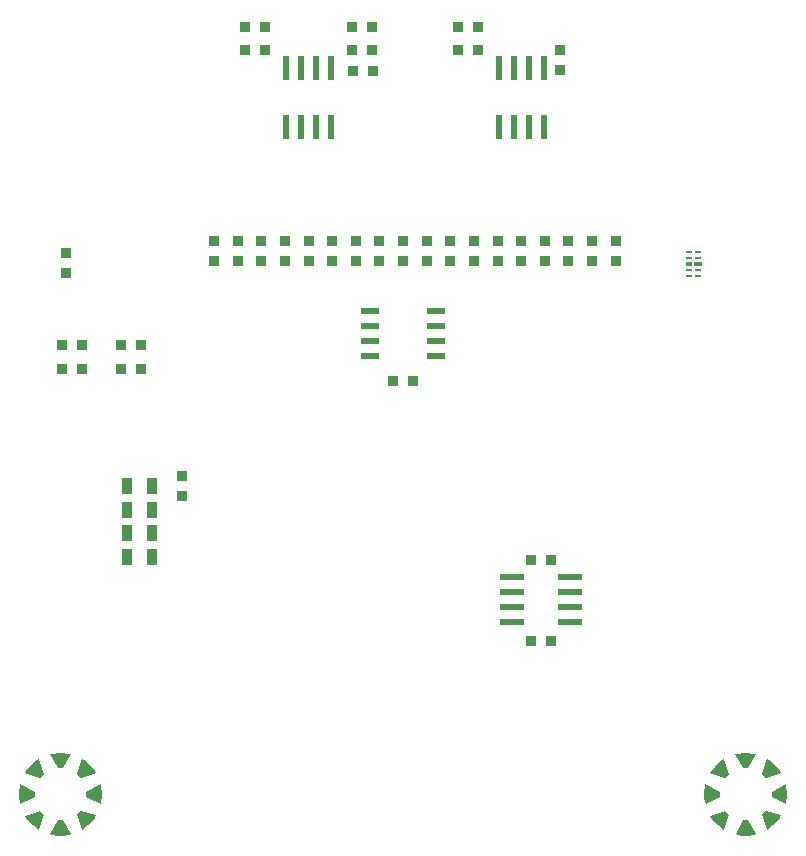
<source format=gbp>
%TF.GenerationSoftware,Altium Limited,Altium Designer,23.4.1 (23)*%
G04 Layer_Color=128*
%FSLAX45Y45*%
%MOMM*%
%TF.SameCoordinates,71FFD784-3963-444D-9D63-9DA0FBDCC313*%
%TF.FilePolarity,Positive*%
%TF.FileFunction,Paste,Bot*%
%TF.Part,Single*%
G01*
G75*
%TA.AperFunction,SMDPad,CuDef*%
G04:AMPARAMS|DCode=15|XSize=0.9mm|YSize=0.8mm|CornerRadius=0.06mm|HoleSize=0mm|Usage=FLASHONLY|Rotation=180.000|XOffset=0mm|YOffset=0mm|HoleType=Round|Shape=RoundedRectangle|*
%AMROUNDEDRECTD15*
21,1,0.90000,0.68000,0,0,180.0*
21,1,0.78000,0.80000,0,0,180.0*
1,1,0.12000,-0.39000,0.34000*
1,1,0.12000,0.39000,0.34000*
1,1,0.12000,0.39000,-0.34000*
1,1,0.12000,-0.39000,-0.34000*
%
%ADD15ROUNDEDRECTD15*%
G04:AMPARAMS|DCode=18|XSize=0.9mm|YSize=0.8mm|CornerRadius=0.06mm|HoleSize=0mm|Usage=FLASHONLY|Rotation=270.000|XOffset=0mm|YOffset=0mm|HoleType=Round|Shape=RoundedRectangle|*
%AMROUNDEDRECTD18*
21,1,0.90000,0.68000,0,0,270.0*
21,1,0.78000,0.80000,0,0,270.0*
1,1,0.12000,-0.34000,-0.39000*
1,1,0.12000,-0.34000,0.39000*
1,1,0.12000,0.34000,0.39000*
1,1,0.12000,0.34000,-0.39000*
%
%ADD18ROUNDEDRECTD18*%
G04:AMPARAMS|DCode=20|XSize=0.9mm|YSize=1.4mm|CornerRadius=0.0675mm|HoleSize=0mm|Usage=FLASHONLY|Rotation=180.000|XOffset=0mm|YOffset=0mm|HoleType=Round|Shape=RoundedRectangle|*
%AMROUNDEDRECTD20*
21,1,0.90000,1.26500,0,0,180.0*
21,1,0.76500,1.40000,0,0,180.0*
1,1,0.13500,-0.38250,0.63250*
1,1,0.13500,0.38250,0.63250*
1,1,0.13500,0.38250,-0.63250*
1,1,0.13500,-0.38250,-0.63250*
%
%ADD20ROUNDEDRECTD20*%
G04:AMPARAMS|DCode=72|XSize=0.5334mm|YSize=1.9812mm|CornerRadius=0.06668mm|HoleSize=0mm|Usage=FLASHONLY|Rotation=0.000|XOffset=0mm|YOffset=0mm|HoleType=Round|Shape=RoundedRectangle|*
%AMROUNDEDRECTD72*
21,1,0.53340,1.84785,0,0,0.0*
21,1,0.40005,1.98120,0,0,0.0*
1,1,0.13335,0.20002,-0.92392*
1,1,0.13335,-0.20002,-0.92392*
1,1,0.13335,-0.20002,0.92392*
1,1,0.13335,0.20002,0.92392*
%
%ADD72ROUNDEDRECTD72*%
%ADD73R,0.62500X0.25000*%
%ADD74R,0.70000X0.45000*%
%ADD75R,0.57500X0.45000*%
G04:AMPARAMS|DCode=76|XSize=0.5334mm|YSize=1.9812mm|CornerRadius=0.06668mm|HoleSize=0mm|Usage=FLASHONLY|Rotation=90.000|XOffset=0mm|YOffset=0mm|HoleType=Round|Shape=RoundedRectangle|*
%AMROUNDEDRECTD76*
21,1,0.53340,1.84785,0,0,90.0*
21,1,0.40005,1.98120,0,0,90.0*
1,1,0.13335,0.92392,0.20002*
1,1,0.13335,0.92392,-0.20002*
1,1,0.13335,-0.92392,-0.20002*
1,1,0.13335,-0.92392,0.20002*
%
%ADD76ROUNDEDRECTD76*%
%ADD77R,1.60300X0.55880*%
G36*
X-2835904Y-3555241D02*
X-2814927Y-3560497D01*
X-2877800Y-3680400D01*
X-2923200D01*
X-2985956Y-3560719D01*
Y-3560719D01*
X-2985956D01*
X-2964994Y-3555408D01*
X-2922080Y-3550028D01*
X-2878831Y-3549972D01*
X-2835904Y-3555241D01*
D02*
G37*
G36*
X-2720872Y-3599312D02*
X-2702294Y-3610380D01*
X-2668146Y-3636920D01*
X-2637524Y-3667462D01*
X-2610895Y-3701541D01*
X-2599779Y-3720090D01*
X-2729021Y-3760417D01*
X-2761124Y-3728314D01*
X-2720872Y-3599312D01*
X-2720872Y-3599312D01*
Y-3599312D01*
D02*
G37*
G36*
X-3039583Y-3729021D02*
X-3071686Y-3761124D01*
X-3200688Y-3720872D01*
X-3200688Y-3720872D01*
X-3189621Y-3702294D01*
X-3163081Y-3668146D01*
X-3132538Y-3637524D01*
X-3098459Y-3610895D01*
X-3079910Y-3599779D01*
X-3039583Y-3729021D01*
D02*
G37*
G36*
X-2555408Y-3835007D02*
X-2550028Y-3877920D01*
X-2549972Y-3921169D01*
X-2555241Y-3964097D01*
X-2560497Y-3985073D01*
X-2680400Y-3922200D01*
Y-3876800D01*
X-2560719Y-3814044D01*
X-2560719D01*
X-2555408Y-3835007D01*
D02*
G37*
G36*
X-3119600Y-3877800D02*
Y-3923200D01*
X-3239281Y-3985956D01*
X-3239281D01*
X-3239281Y-3985956D01*
X-3244592Y-3964994D01*
X-3249972Y-3922080D01*
X-3250028Y-3878831D01*
X-3244760Y-3835904D01*
X-3239504Y-3814927D01*
X-3119600Y-3877800D01*
D02*
G37*
G36*
X-2599312Y-4079128D02*
X-2599312Y-4079128D01*
X-2599312Y-4079128D01*
X-2610380Y-4097706D01*
X-2636920Y-4131855D01*
X-2667462Y-4162476D01*
X-2701541Y-4189105D01*
X-2720090Y-4200221D01*
X-2760417Y-4070979D01*
X-2728314Y-4038876D01*
X-2599312Y-4079128D01*
D02*
G37*
G36*
X-3038876Y-4071686D02*
X-3079128Y-4200688D01*
X-3079128Y-4200688D01*
X-3079128D01*
X-3097706Y-4189621D01*
X-3131855Y-4163081D01*
X-3162476Y-4132538D01*
X-3189105Y-4098459D01*
X-3200221Y-4079910D01*
X-3070979Y-4039583D01*
X-3038876Y-4071686D01*
D02*
G37*
G36*
X-2814044Y-4239281D02*
Y-4239281D01*
Y-4239281D01*
X-2835007Y-4244592D01*
X-2877920Y-4249972D01*
X-2921169Y-4250028D01*
X-2964097Y-4244760D01*
X-2985073Y-4239504D01*
X-2922200Y-4119600D01*
X-2876800D01*
X-2814044Y-4239281D01*
D02*
G37*
G36*
X2964096Y-3555241D02*
X2985073Y-3560497D01*
X2922200Y-3680400D01*
X2876800D01*
X2814044Y-3560719D01*
Y-3560719D01*
X2814044D01*
X2835007Y-3555408D01*
X2877920Y-3550028D01*
X2921169Y-3549972D01*
X2964096Y-3555241D01*
D02*
G37*
G36*
X3079128Y-3599312D02*
X3097706Y-3610380D01*
X3131854Y-3636920D01*
X3162476Y-3667462D01*
X3189105Y-3701541D01*
X3200221Y-3720090D01*
X3070979Y-3760417D01*
X3038876Y-3728314D01*
X3079128Y-3599312D01*
X3079128Y-3599312D01*
Y-3599312D01*
D02*
G37*
G36*
X2760417Y-3729021D02*
X2728314Y-3761124D01*
X2599312Y-3720872D01*
X2599312Y-3720872D01*
X2610379Y-3702294D01*
X2636920Y-3668146D01*
X2667462Y-3637524D01*
X2701541Y-3610895D01*
X2720090Y-3599779D01*
X2760417Y-3729021D01*
D02*
G37*
G36*
X3244592Y-3835007D02*
X3249972Y-3877920D01*
X3250028Y-3921169D01*
X3244760Y-3964097D01*
X3239504Y-3985073D01*
X3119600Y-3922200D01*
Y-3876800D01*
X3239281Y-3814044D01*
X3239281D01*
X3244592Y-3835007D01*
D02*
G37*
G36*
X2680400Y-3877800D02*
Y-3923200D01*
X2560719Y-3985956D01*
X2560719D01*
X2560719Y-3985956D01*
X2555408Y-3964994D01*
X2550028Y-3922080D01*
X2549972Y-3878831D01*
X2555240Y-3835904D01*
X2560496Y-3814927D01*
X2680400Y-3877800D01*
D02*
G37*
G36*
X3200688Y-4079128D02*
X3200688Y-4079128D01*
X3200688Y-4079128D01*
X3189620Y-4097706D01*
X3163080Y-4131855D01*
X3132538Y-4162476D01*
X3098459Y-4189105D01*
X3079910Y-4200221D01*
X3039583Y-4070979D01*
X3071686Y-4038876D01*
X3200688Y-4079128D01*
D02*
G37*
G36*
X2761124Y-4071686D02*
X2720872Y-4200688D01*
X2720872Y-4200688D01*
X2720872D01*
X2702294Y-4189621D01*
X2668146Y-4163081D01*
X2637524Y-4132538D01*
X2610895Y-4098459D01*
X2599779Y-4079910D01*
X2729021Y-4039583D01*
X2761124Y-4071686D01*
D02*
G37*
G36*
X2985956Y-4239281D02*
Y-4239281D01*
Y-4239281D01*
X2964993Y-4244592D01*
X2922080Y-4249972D01*
X2878831Y-4250028D01*
X2835903Y-4244760D01*
X2814927Y-4239504D01*
X2877800Y-4119600D01*
X2923200D01*
X2985956Y-4239281D01*
D02*
G37*
D15*
X85000Y-400000D02*
D03*
X-85000D02*
D03*
X-2215000Y-100000D02*
D03*
X-2385000D02*
D03*
X-2215000Y-300000D02*
D03*
X-2385000D02*
D03*
X-2715000D02*
D03*
X-2885000D02*
D03*
X-2885000Y-100000D02*
D03*
X-2715000D02*
D03*
X-1165000Y2600000D02*
D03*
X-1335000D02*
D03*
X-1165000Y2400000D02*
D03*
X-1335000D02*
D03*
X-265000D02*
D03*
X-435000D02*
D03*
X-265000Y2600000D02*
D03*
X-435000D02*
D03*
X-425000Y2220000D02*
D03*
X-255000D02*
D03*
X635000Y2400000D02*
D03*
X465000D02*
D03*
X635000Y2600000D02*
D03*
X465000D02*
D03*
X1255000Y-1920000D02*
D03*
X1085000D02*
D03*
X1085000Y-2600000D02*
D03*
X1255000D02*
D03*
D18*
X-1870000Y-1375000D02*
D03*
Y-1205000D02*
D03*
X-2850000Y685000D02*
D03*
Y515000D02*
D03*
X1330000Y2405000D02*
D03*
Y2235000D02*
D03*
X-1600000Y615000D02*
D03*
Y785000D02*
D03*
X-1400000Y615000D02*
D03*
Y785000D02*
D03*
X-1200000Y615000D02*
D03*
Y785000D02*
D03*
X-1000000Y615000D02*
D03*
Y785000D02*
D03*
X-800000Y615000D02*
D03*
Y785000D02*
D03*
X-600000Y615000D02*
D03*
Y785000D02*
D03*
X-400000Y615000D02*
D03*
Y785000D02*
D03*
X-200000Y615000D02*
D03*
Y785000D02*
D03*
X0Y615000D02*
D03*
Y785000D02*
D03*
X200000Y615000D02*
D03*
Y785000D02*
D03*
X400000Y615000D02*
D03*
Y785000D02*
D03*
X600000Y615000D02*
D03*
Y785000D02*
D03*
X800000Y615000D02*
D03*
Y785000D02*
D03*
X1000000Y615000D02*
D03*
Y785000D02*
D03*
X1200000Y615000D02*
D03*
Y785000D02*
D03*
X1400000Y615000D02*
D03*
Y785000D02*
D03*
X1600000Y615000D02*
D03*
Y785000D02*
D03*
X1800000Y615000D02*
D03*
Y785000D02*
D03*
D20*
X-2125000Y-1290000D02*
D03*
X-2335000D02*
D03*
X-2125000Y-1490000D02*
D03*
X-2335000D02*
D03*
X-2125000Y-1690000D02*
D03*
X-2335000D02*
D03*
Y-1890000D02*
D03*
X-2125000D02*
D03*
D72*
X-609492Y2246372D02*
D03*
X-736492Y1753612D02*
D03*
Y2246372D02*
D03*
X-863492D02*
D03*
Y1753612D02*
D03*
X-609492D02*
D03*
X-990492Y2246372D02*
D03*
Y1753612D02*
D03*
X1190508Y2246372D02*
D03*
X1063508Y1753612D02*
D03*
Y2246372D02*
D03*
X936508D02*
D03*
Y1753612D02*
D03*
X1190508D02*
D03*
X809508D02*
D03*
Y2246372D02*
D03*
D73*
X2498750Y690000D02*
D03*
Y640000D02*
D03*
Y540000D02*
D03*
Y490000D02*
D03*
X2421250D02*
D03*
Y540000D02*
D03*
Y640000D02*
D03*
Y690000D02*
D03*
D74*
X2495000Y590000D02*
D03*
D75*
X2418750D02*
D03*
D76*
X1416388Y-2186492D02*
D03*
X923628Y-2313492D02*
D03*
Y-2440492D02*
D03*
Y-2059492D02*
D03*
X1416388Y-2313492D02*
D03*
X923628Y-2186492D02*
D03*
X1416388Y-2059492D02*
D03*
Y-2440492D02*
D03*
D77*
X-275730Y-63500D02*
D03*
Y63500D02*
D03*
Y190500D02*
D03*
X275730Y-190500D02*
D03*
Y63500D02*
D03*
Y190500D02*
D03*
X-275730Y-190500D02*
D03*
X275730Y-63500D02*
D03*
%TF.MD5,3056cc603b65feb6b177b0257536f564*%
M02*

</source>
